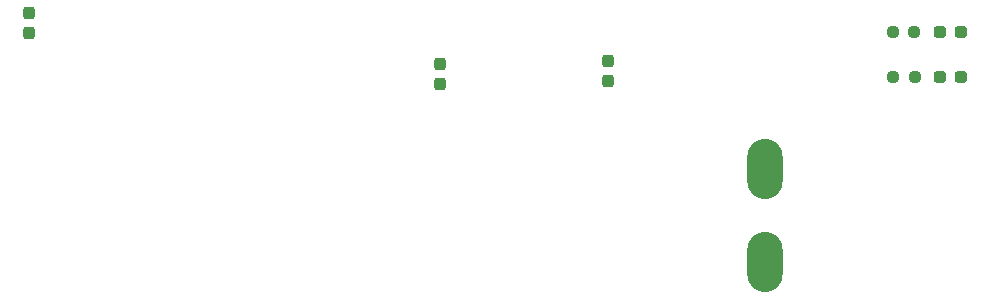
<source format=gbr>
%TF.GenerationSoftware,KiCad,Pcbnew,7.0.7*%
%TF.CreationDate,2023-11-04T22:27:46-05:00*%
%TF.ProjectId,FlourometerBoard_Hardware,466c6f75-726f-46d6-9574-6572426f6172,rev?*%
%TF.SameCoordinates,Original*%
%TF.FileFunction,Paste,Top*%
%TF.FilePolarity,Positive*%
%FSLAX46Y46*%
G04 Gerber Fmt 4.6, Leading zero omitted, Abs format (unit mm)*
G04 Created by KiCad (PCBNEW 7.0.7) date 2023-11-04 22:27:46*
%MOMM*%
%LPD*%
G01*
G04 APERTURE LIST*
G04 Aperture macros list*
%AMRoundRect*
0 Rectangle with rounded corners*
0 $1 Rounding radius*
0 $2 $3 $4 $5 $6 $7 $8 $9 X,Y pos of 4 corners*
0 Add a 4 corners polygon primitive as box body*
4,1,4,$2,$3,$4,$5,$6,$7,$8,$9,$2,$3,0*
0 Add four circle primitives for the rounded corners*
1,1,$1+$1,$2,$3*
1,1,$1+$1,$4,$5*
1,1,$1+$1,$6,$7*
1,1,$1+$1,$8,$9*
0 Add four rect primitives between the rounded corners*
20,1,$1+$1,$2,$3,$4,$5,0*
20,1,$1+$1,$4,$5,$6,$7,0*
20,1,$1+$1,$6,$7,$8,$9,0*
20,1,$1+$1,$8,$9,$2,$3,0*%
G04 Aperture macros list end*
%ADD10RoundRect,0.237500X0.287500X0.237500X-0.287500X0.237500X-0.287500X-0.237500X0.287500X-0.237500X0*%
%ADD11RoundRect,0.237500X-0.250000X-0.237500X0.250000X-0.237500X0.250000X0.237500X-0.250000X0.237500X0*%
%ADD12RoundRect,0.237500X0.237500X-0.300000X0.237500X0.300000X-0.237500X0.300000X-0.237500X-0.300000X0*%
%ADD13O,3.000000X5.100000*%
G04 APERTURE END LIST*
D10*
%TO.C,D2*%
X142353000Y-92202000D03*
X140603000Y-92202000D03*
%TD*%
D11*
%TO.C,R1*%
X136652000Y-96012000D03*
X138477000Y-96012000D03*
%TD*%
D10*
%TO.C,D1*%
X142400000Y-96012000D03*
X140650000Y-96012000D03*
%TD*%
D12*
%TO.C,C4*%
X112522000Y-96366500D03*
X112522000Y-94641500D03*
%TD*%
D13*
%TO.C,Conn1*%
X125794800Y-111633000D03*
X125794800Y-103759000D03*
%TD*%
D12*
%TO.C,C1*%
X63500000Y-92302500D03*
X63500000Y-90577500D03*
%TD*%
%TO.C,C5*%
X98298000Y-96620500D03*
X98298000Y-94895500D03*
%TD*%
D11*
%TO.C,R2*%
X136605000Y-92202000D03*
X138430000Y-92202000D03*
%TD*%
M02*

</source>
